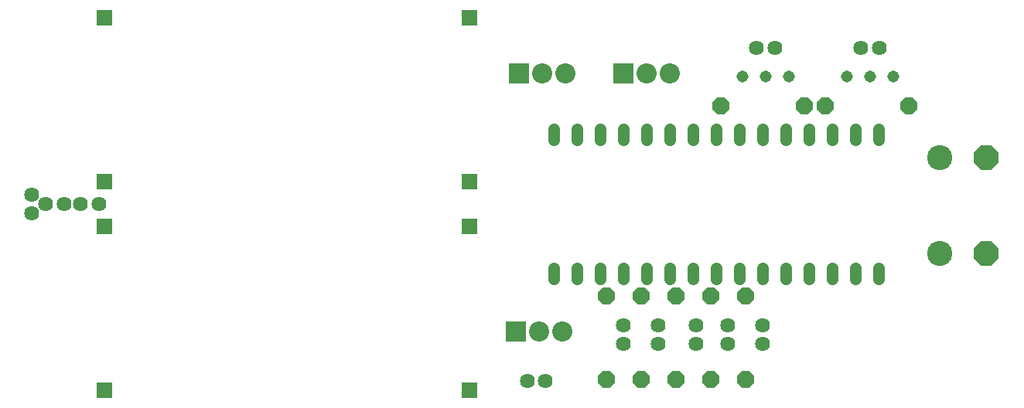
<source format=gbr>
G04 EAGLE Gerber RS-274X export*
G75*
%MOMM*%
%FSLAX34Y34*%
%LPD*%
%INSoldermask Bottom*%
%IPPOS*%
%AMOC8*
5,1,8,0,0,1.08239X$1,22.5*%
G01*
%ADD10C,1.625600*%
%ADD11C,2.743200*%
%ADD12P,2.969212X8X22.500000*%
%ADD13P,2.034460X8X112.500000*%
%ADD14P,2.034460X8X22.500000*%
%ADD15C,1.311200*%
%ADD16R,1.711200X1.711200*%
%ADD17R,2.213200X2.213200*%
%ADD18C,2.213200*%
%ADD19C,1.311200*%


D10*
X25400Y510700D03*
X25400Y530700D03*
D11*
X1019175Y571500D03*
D12*
X1069975Y571500D03*
D11*
X1019175Y466725D03*
D12*
X1069975Y466725D03*
D10*
X818675Y692150D03*
X838675Y692150D03*
X932975Y692150D03*
X952975Y692150D03*
X98900Y520700D03*
X78900Y520700D03*
X587850Y327025D03*
X567850Y327025D03*
X673100Y387825D03*
X673100Y367825D03*
X711200Y387825D03*
X711200Y367825D03*
X752475Y387825D03*
X752475Y367825D03*
X787400Y387825D03*
X787400Y367825D03*
X825500Y387825D03*
X825500Y367825D03*
X60800Y520700D03*
X40800Y520700D03*
D13*
X654050Y328930D03*
X654050Y420370D03*
X692150Y328930D03*
X692150Y420370D03*
X730250Y328930D03*
X730250Y420370D03*
X768350Y328930D03*
X768350Y420370D03*
X806450Y328930D03*
X806450Y420370D03*
D14*
X894080Y628650D03*
X985520Y628650D03*
X779780Y628650D03*
X871220Y628650D03*
D15*
X952500Y602440D02*
X952500Y591360D01*
X927100Y591360D02*
X927100Y602440D01*
X901700Y602440D02*
X901700Y591360D01*
X876300Y591360D02*
X876300Y602440D01*
X850900Y602440D02*
X850900Y591360D01*
X825500Y591360D02*
X825500Y602440D01*
X800100Y602440D02*
X800100Y591360D01*
X774700Y591360D02*
X774700Y602440D01*
X749300Y602440D02*
X749300Y591360D01*
X723900Y591360D02*
X723900Y602440D01*
X698500Y602440D02*
X698500Y591360D01*
X673100Y591360D02*
X673100Y602440D01*
X647700Y602440D02*
X647700Y591360D01*
X622300Y591360D02*
X622300Y602440D01*
X596900Y602440D02*
X596900Y591360D01*
X596900Y450040D02*
X596900Y438960D01*
X622300Y438960D02*
X622300Y450040D01*
X647700Y450040D02*
X647700Y438960D01*
X673100Y438960D02*
X673100Y450040D01*
X698500Y450040D02*
X698500Y438960D01*
X723900Y438960D02*
X723900Y450040D01*
X749300Y450040D02*
X749300Y438960D01*
X774700Y438960D02*
X774700Y450040D01*
X800100Y450040D02*
X800100Y438960D01*
X825500Y438960D02*
X825500Y450040D01*
X850900Y450040D02*
X850900Y438960D01*
X876300Y438960D02*
X876300Y450040D01*
X901700Y450040D02*
X901700Y438960D01*
X927100Y438960D02*
X927100Y450040D01*
X952500Y450040D02*
X952500Y438960D01*
D16*
X104800Y496400D03*
X104800Y316400D03*
X504800Y316400D03*
X504800Y496400D03*
D17*
X555625Y381000D03*
D18*
X581025Y381000D03*
X606425Y381000D03*
D17*
X673100Y663575D03*
D18*
X698500Y663575D03*
X723900Y663575D03*
D17*
X558800Y663575D03*
D18*
X584200Y663575D03*
X609600Y663575D03*
D16*
X104800Y725000D03*
X104800Y545000D03*
X504800Y545000D03*
X504800Y725000D03*
D19*
X803275Y660400D03*
X828675Y660400D03*
X854075Y660400D03*
X917575Y660400D03*
X942975Y660400D03*
X968375Y660400D03*
M02*

</source>
